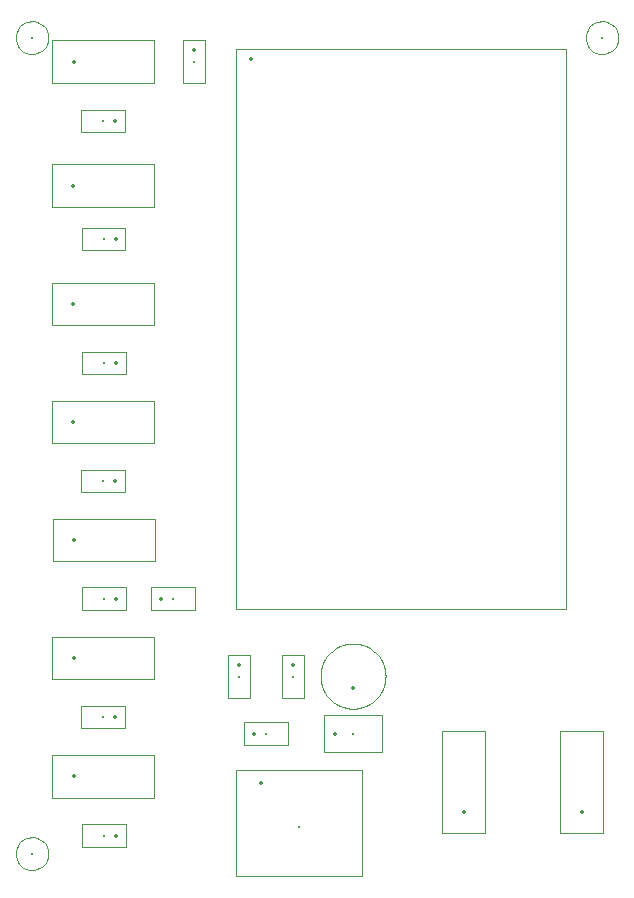
<source format=gbr>
%TF.GenerationSoftware,KiCad,Pcbnew,8.0.3*%
%TF.CreationDate,2024-07-29T14:15:39+02:00*%
%TF.ProjectId,7Analyzer,37416e61-6c79-47a6-9572-2e6b69636164,rev?*%
%TF.SameCoordinates,Original*%
%TF.FileFunction,Component,L1,Top*%
%TF.FilePolarity,Positive*%
%FSLAX46Y46*%
G04 Gerber Fmt 4.6, Leading zero omitted, Abs format (unit mm)*
G04 Created by KiCad (PCBNEW 8.0.3) date 2024-07-29 14:15:39*
%MOMM*%
%LPD*%
G01*
G04 APERTURE LIST*
%TA.AperFunction,ComponentMain*%
%ADD10C,0.300000*%
%TD*%
%TA.AperFunction,ComponentOutline,Courtyard*%
%ADD11C,0.100000*%
%TD*%
%TA.AperFunction,ComponentPin*%
%ADD12P,0.360000X4X0.000000*%
%TD*%
%TA.AperFunction,ComponentPin*%
%ADD13C,0.100000*%
%TD*%
G04 APERTURE END LIST*
D10*
%TO.C,J10*%
%TO.CFtp,PinHeader_1x03_P2.54mm_Vertical*%
%TO.CVal,PINHD_1x3_Male*%
%TO.CLbN,Connector_PinHeader_2.54mm*%
%TO.CMnt,TH*%
%TO.CRot,90*%
X16975000Y-66000000D03*
D11*
X23824999Y-64200001D02*
X23824999Y-67799999D01*
X15175001Y-67799999D01*
X15175001Y-64200001D01*
X23824999Y-64200001D01*
D12*
%TO.P,J10,1*%
X16975000Y-66000000D03*
D13*
%TO.P,J10,2*%
X19515000Y-66000000D03*
%TO.P,J10,3*%
X22055000Y-66000000D03*
%TD*%
D10*
%TO.C,U1*%
%TO.CFtp,ESP32-DevKitC*%
%TO.CVal,ESP32-DevKitC*%
%TO.CLbN,PCM_Espressif*%
%TO.CMnt,TH*%
%TO.CRot,0*%
X32004000Y-15240000D03*
D11*
X58653999Y-14390001D02*
X58653999Y-61809999D01*
X30754001Y-61809999D01*
X30754001Y-14390001D01*
X58653999Y-14390001D01*
D12*
%TO.P,U1,1,3V3*%
X32004000Y-15240000D03*
D13*
%TO.P,U1,2,CHIP_PU*%
X32004000Y-17780000D03*
%TO.P,U1,3,SENSOR_VP/GPIO36/ADC1_CH0*%
X32004000Y-20320000D03*
%TO.P,U1,4,SENSOR_VN/GPIO39/ADC1_CH3*%
X32004000Y-22860000D03*
%TO.P,U1,5,VDET_1/GPIO34/ADC1_CH6*%
X32004000Y-25400000D03*
%TO.P,U1,6,VDET_2/GPIO35/ADC1_CH7*%
X32004000Y-27940000D03*
%TO.P,U1,7,32K_XP/GPIO32/ADC1_CH4*%
X32004000Y-30480000D03*
%TO.P,U1,8,32K_XN/GPIO33/ADC1_CH5*%
X32004000Y-33020000D03*
%TO.P,U1,9,DAC_1/ADC2_CH8/GPIO25*%
X32004000Y-35560000D03*
%TO.P,U1,10,DAC_2/ADC2_CH9/GPIO26*%
X32004000Y-38100000D03*
%TO.P,U1,11,ADC2_CH7/GPIO27*%
X32004000Y-40640000D03*
%TO.P,U1,12,MTMS/GPIO14/ADC2_CH6*%
X32004000Y-43180000D03*
%TO.P,U1,13,MTDI/GPIO12/ADC2_CH5*%
X32004000Y-45720000D03*
%TO.P,U1,14,GND*%
X32004000Y-48260000D03*
%TO.P,U1,15,MTCK/GPIO13/ADC2_CH4*%
X32004000Y-50800000D03*
%TO.P,U1,16,SD_DATA2/GPIO9*%
X32004000Y-53340000D03*
%TO.P,U1,17,SD_DATA3/GPIO10*%
X32004000Y-55880000D03*
%TO.P,U1,18,CMD*%
X32004000Y-58420000D03*
%TO.P,U1,19,5V*%
X32004000Y-60960000D03*
%TO.P,U1,20,SD_CLK/GPIO6*%
X57400320Y-60957280D03*
%TO.P,U1,21,SD_DATA0/GPIO7*%
X57400320Y-58417280D03*
%TO.P,U1,22,SD_DATA1/GPIO8*%
X57404000Y-55880000D03*
%TO.P,U1,23,MTDO/GPIO15/ADC2_CH3*%
X57404000Y-53340000D03*
%TO.P,U1,24,ADC2_CH2/GPIO2*%
X57404000Y-50800000D03*
%TO.P,U1,25,GPIO0/BOOT/ADC2_CH1*%
X57404000Y-48260000D03*
%TO.P,U1,26,ADC2_CH0/GPIO4*%
X57404000Y-45720000D03*
%TO.P,U1,27,GPIO16*%
X57404000Y-43180000D03*
%TO.P,U1,28,GPIO17*%
X57404000Y-40640000D03*
%TO.P,U1,29,GPIO5*%
X57404000Y-38100000D03*
%TO.P,U1,30,GPIO18*%
X57404000Y-35560000D03*
%TO.P,U1,31,GPIO19*%
X57404000Y-33020000D03*
%TO.P,U1,32,GND*%
X57404000Y-30480000D03*
%TO.P,U1,33,GPIO21*%
X57404000Y-27940000D03*
%TO.P,U1,34,U0RXD/GPIO3*%
X57404000Y-25400000D03*
%TO.P,U1,35,U0TXD/GPIO1*%
X57404000Y-22860000D03*
%TO.P,U1,36,GPIO22*%
X57404000Y-20320000D03*
%TO.P,U1,37,GPIO23*%
X57404000Y-17780000D03*
%TO.P,U1,38,GND*%
X57404000Y-15240000D03*
%TD*%
D10*
%TO.C,J9*%
%TO.CFtp,PinHeader_1x03_P2.54mm_Vertical*%
%TO.CVal,PINHD_1x3_Male*%
%TO.CLbN,Connector_PinHeader_2.54mm*%
%TO.CMnt,TH*%
%TO.CRot,90*%
X17000000Y-56000000D03*
D11*
X23849999Y-54200001D02*
X23849999Y-57799999D01*
X15200001Y-57799999D01*
X15200001Y-54200001D01*
X23849999Y-54200001D01*
D12*
%TO.P,J9,1*%
X17000000Y-56000000D03*
D13*
%TO.P,J9,2*%
X19540000Y-56000000D03*
%TO.P,J9,3*%
X22080000Y-56000000D03*
%TD*%
D10*
%TO.C,C11*%
%TO.CFtp,LED_0805_2012Metric_Pad1.15x1.40mm_HandSolder*%
%TO.CVal,10nF_Ceramic*%
%TO.CLbN,LED_SMD*%
%TO.CMnt,SMD*%
%TO.CRot,0*%
X25400000Y-60960000D03*
D11*
X27249999Y-60010001D02*
X27249999Y-61909999D01*
X23550001Y-61909999D01*
X23550001Y-60010001D01*
X27249999Y-60010001D01*
D12*
%TO.P,C11,1*%
X24375000Y-60960000D03*
D13*
%TO.P,C11,2*%
X26425000Y-60960000D03*
%TD*%
D10*
%TO.C,C2*%
%TO.CFtp,LED_0805_2012Metric_Pad1.15x1.40mm_HandSolder*%
%TO.CVal,10nF_Ceramic*%
%TO.CLbN,LED_SMD*%
%TO.CMnt,SMD*%
%TO.CRot,-90*%
X35560000Y-67564000D03*
D11*
X36509999Y-65714001D02*
X36509999Y-69413999D01*
X34610001Y-69413999D01*
X34610001Y-65714001D01*
X36509999Y-65714001D01*
D12*
%TO.P,C2,1*%
X35560000Y-66539000D03*
D13*
%TO.P,C2,2*%
X35560000Y-68589000D03*
%TD*%
D10*
%TO.C,C1*%
%TO.CFtp,CP_Radial_D5.0mm_P2.00mm*%
%TO.CVal,4.7uF_16V*%
%TO.CLbN,Capacitor_THT*%
%TO.CMnt,TH*%
%TO.CRot,90*%
X40640000Y-68519113D03*
D11*
X40473807Y-64771623D02*
X40806193Y-64771623D01*
X41136154Y-64811687D01*
X41458881Y-64891232D01*
X41769667Y-65009098D01*
X42063978Y-65163564D01*
X42063978Y-65163565D01*
X42337526Y-65352381D01*
X42586320Y-65572793D01*
X42806732Y-65821587D01*
X42995548Y-66095135D01*
X42995548Y-66095134D01*
X43150015Y-66389446D01*
X43267881Y-66700232D01*
X43347426Y-67022959D01*
X43387490Y-67352920D01*
X43389999Y-67519113D01*
X43387490Y-67685306D01*
X43347426Y-68015267D01*
X43267881Y-68337994D01*
X43150015Y-68648780D01*
X42995548Y-68943091D01*
X42806732Y-69216639D01*
X42586320Y-69465433D01*
X42337526Y-69685845D01*
X42063978Y-69874661D01*
X41769667Y-70029128D01*
X41458881Y-70146994D01*
X41136154Y-70226539D01*
X40806193Y-70266603D01*
X40473807Y-70266603D01*
X40143846Y-70226539D01*
X39821119Y-70146994D01*
X39510333Y-70029128D01*
X39216021Y-69874661D01*
X39216022Y-69874661D01*
X38942474Y-69685845D01*
X38693680Y-69465433D01*
X38473268Y-69216639D01*
X38284452Y-68943091D01*
X38284451Y-68943091D01*
X38129985Y-68648780D01*
X38012119Y-68337994D01*
X37932574Y-68015267D01*
X37892510Y-67685306D01*
X37892510Y-67352920D01*
X37932574Y-67022959D01*
X38012119Y-66700232D01*
X38129985Y-66389446D01*
X38284451Y-66095134D01*
X38284452Y-66095135D01*
X38473268Y-65821587D01*
X38693680Y-65572793D01*
X38942474Y-65352381D01*
X39216022Y-65163565D01*
X39216021Y-65163564D01*
X39510333Y-65009098D01*
X39821119Y-64891232D01*
X40143846Y-64811687D01*
X40473807Y-64771623D01*
D12*
%TO.P,C1,1*%
X40640000Y-68519113D03*
D13*
%TO.P,C1,2*%
X40640000Y-66519113D03*
%TD*%
D10*
%TO.C,F1*%
%TO.CFtp,Fuse_1210_3225Metric_Pad1.42x2.65mm_HandSolder*%
%TO.CVal,Fuse*%
%TO.CLbN,Fuse*%
%TO.CMnt,SMD*%
%TO.CRot,0*%
X40640000Y-72390000D03*
D11*
X43089999Y-70810001D02*
X43089999Y-73969999D01*
X38190001Y-73969999D01*
X38190001Y-70810001D01*
X43089999Y-70810001D01*
D12*
%TO.P,F1,1*%
X39152500Y-72390000D03*
D13*
%TO.P,F1,2*%
X42127500Y-72390000D03*
%TD*%
D10*
%TO.C,J8*%
%TO.CFtp,PinHeader_1x03_P2.54mm_Vertical*%
%TO.CVal,PINHD_1x3_Male*%
%TO.CLbN,Connector_PinHeader_2.54mm*%
%TO.CMnt,TH*%
%TO.CRot,90*%
X16960000Y-46000000D03*
D11*
X23809999Y-44200001D02*
X23809999Y-47799999D01*
X15160001Y-47799999D01*
X15160001Y-44200001D01*
X23809999Y-44200001D01*
D12*
%TO.P,J8,1*%
X16960000Y-46000000D03*
D13*
%TO.P,J8,2*%
X19500000Y-46000000D03*
%TO.P,J8,3*%
X22040000Y-46000000D03*
%TD*%
D10*
%TO.C,C7*%
%TO.CFtp,LED_0805_2012Metric_Pad1.15x1.40mm_HandSolder*%
%TO.CVal,10nF_Ceramic*%
%TO.CLbN,LED_SMD*%
%TO.CMnt,SMD*%
%TO.CRot,180*%
X19500000Y-51000000D03*
D11*
X21349999Y-50050001D02*
X21349999Y-51949999D01*
X17650001Y-51949999D01*
X17650001Y-50050001D01*
X21349999Y-50050001D01*
D12*
%TO.P,C7,1*%
X20525000Y-51000000D03*
D13*
%TO.P,C7,2*%
X18475000Y-51000000D03*
%TD*%
D10*
%TO.C,C12*%
%TO.CFtp,LED_0805_2012Metric_Pad1.15x1.40mm_HandSolder*%
%TO.CVal,10nF_Ceramic*%
%TO.CLbN,LED_SMD*%
%TO.CMnt,SMD*%
%TO.CRot,-90*%
X27178000Y-15494000D03*
D11*
X28127999Y-13644001D02*
X28127999Y-17343999D01*
X26228001Y-17343999D01*
X26228001Y-13644001D01*
X28127999Y-13644001D01*
D12*
%TO.P,C12,1*%
X27178000Y-14469000D03*
D13*
%TO.P,C12,2*%
X27178000Y-16519000D03*
%TD*%
D10*
%TO.C,FID1*%
%TO.CFtp,Fiducial_0.75mm_Mask2.25mm*%
%TO.CVal,Fiducial*%
%TO.CLbN,Fiducial*%
%TO.CMnt,SMD*%
%TO.CRot,0*%
X61722000Y-13462000D03*
D11*
X61663325Y-12080752D02*
X61897601Y-12090704D01*
X62126826Y-12140106D01*
X62344403Y-12227535D01*
X62344403Y-12227536D01*
X62544076Y-12350479D01*
X62720099Y-12505399D01*
X62867409Y-12687839D01*
X62867409Y-12687838D01*
X62981767Y-12892549D01*
X63059884Y-13113642D01*
X63099513Y-13344756D01*
X63101999Y-13462000D01*
X63099513Y-13579244D01*
X63059884Y-13810358D01*
X62981767Y-14031451D01*
X62867409Y-14236161D01*
X62720099Y-14418601D01*
X62544076Y-14573521D01*
X62344403Y-14696464D01*
X62126826Y-14783894D01*
X61897601Y-14833296D01*
X61663325Y-14843248D01*
X61430737Y-14813464D01*
X61206528Y-14744800D01*
X60997148Y-14639233D01*
X60997149Y-14639233D01*
X60808622Y-14499799D01*
X60646371Y-14330510D01*
X60515064Y-14136235D01*
X60418478Y-13922564D01*
X60359392Y-13695643D01*
X60339507Y-13462000D01*
X60359392Y-13228357D01*
X60418478Y-13001436D01*
X60515064Y-12787765D01*
X60646371Y-12593490D01*
X60808622Y-12424201D01*
X60997149Y-12284767D01*
X60997148Y-12284766D01*
X61206528Y-12179200D01*
X61430737Y-12110536D01*
X61663325Y-12080752D01*
D13*
%TO.P,FID1,*%
X61722000Y-13462000D03*
%TD*%
D10*
%TO.C,J5*%
%TO.CFtp,PinHeader_1x03_P2.54mm_Vertical*%
%TO.CVal,PINHD_1x3_Male*%
%TO.CLbN,Connector_PinHeader_2.54mm*%
%TO.CMnt,TH*%
%TO.CRot,90*%
X16975000Y-15500000D03*
D11*
X23824999Y-13700001D02*
X23824999Y-17299999D01*
X15175001Y-17299999D01*
X15175001Y-13700001D01*
X23824999Y-13700001D01*
D12*
%TO.P,J5,1*%
X16975000Y-15500000D03*
D13*
%TO.P,J5,2*%
X19515000Y-15500000D03*
%TO.P,J5,3*%
X22055000Y-15500000D03*
%TD*%
D10*
%TO.C,L1*%
%TO.CFtp,LED_0805_2012Metric_Pad1.15x1.40mm_HandSolder*%
%TO.CVal,L\u002Cferrite-bead\u002CIEEE*%
%TO.CLbN,LED_SMD*%
%TO.CMnt,SMD*%
%TO.CRot,0*%
X33274000Y-72390000D03*
D11*
X35123999Y-71440001D02*
X35123999Y-73339999D01*
X31424001Y-73339999D01*
X31424001Y-71440001D01*
X35123999Y-71440001D01*
D12*
%TO.P,L1,1,+*%
X32249000Y-72390000D03*
D13*
%TO.P,L1,2,-*%
X34299000Y-72390000D03*
%TD*%
D10*
%TO.C,C8*%
%TO.CFtp,LED_0805_2012Metric_Pad1.15x1.40mm_HandSolder*%
%TO.CVal,10nF_Ceramic*%
%TO.CLbN,LED_SMD*%
%TO.CMnt,SMD*%
%TO.CRot,180*%
X19558000Y-60960000D03*
D11*
X21407999Y-60010001D02*
X21407999Y-61909999D01*
X17708001Y-61909999D01*
X17708001Y-60010001D01*
X21407999Y-60010001D01*
D12*
%TO.P,C8,1*%
X20583000Y-60960000D03*
D13*
%TO.P,C8,2*%
X18533000Y-60960000D03*
%TD*%
D10*
%TO.C,C9*%
%TO.CFtp,LED_0805_2012Metric_Pad1.15x1.40mm_HandSolder*%
%TO.CVal,10nF_Ceramic*%
%TO.CLbN,LED_SMD*%
%TO.CMnt,SMD*%
%TO.CRot,180*%
X19500000Y-71000000D03*
D11*
X21349999Y-70050001D02*
X21349999Y-71949999D01*
X17650001Y-71949999D01*
X17650001Y-70050001D01*
X21349999Y-70050001D01*
D12*
%TO.P,C9,1*%
X20525000Y-71000000D03*
D13*
%TO.P,C9,2*%
X18475000Y-71000000D03*
%TD*%
D10*
%TO.C,J3*%
%TO.CFtp,PinHeader_1x03_P2.54mm_Vertical*%
%TO.CVal,PINHD_1x3_Male*%
%TO.CLbN,Connector_PinHeader_2.54mm*%
%TO.CMnt,TH*%
%TO.CRot,180*%
X60000000Y-79025000D03*
D11*
X61799999Y-72175001D02*
X61799999Y-80824999D01*
X58200001Y-80824999D01*
X58200001Y-72175001D01*
X61799999Y-72175001D01*
D12*
%TO.P,J3,1*%
X60000000Y-79025000D03*
D13*
%TO.P,J3,2*%
X60000000Y-76485000D03*
%TO.P,J3,3*%
X60000000Y-73945000D03*
%TD*%
D10*
%TO.C,C6*%
%TO.CFtp,LED_0805_2012Metric_Pad1.15x1.40mm_HandSolder*%
%TO.CVal,10nF_Ceramic*%
%TO.CLbN,LED_SMD*%
%TO.CMnt,SMD*%
%TO.CRot,180*%
X19558000Y-41000000D03*
D11*
X21407999Y-40050001D02*
X21407999Y-41949999D01*
X17708001Y-41949999D01*
X17708001Y-40050001D01*
X21407999Y-40050001D01*
D12*
%TO.P,C6,1*%
X20583000Y-41000000D03*
D13*
%TO.P,C6,2*%
X18533000Y-41000000D03*
%TD*%
D10*
%TO.C,FID2*%
%TO.CFtp,Fiducial_0.75mm_Mask2.25mm*%
%TO.CVal,Fiducial*%
%TO.CLbN,Fiducial*%
%TO.CMnt,SMD*%
%TO.CRot,0*%
X13462000Y-13462000D03*
D11*
X13403325Y-12080752D02*
X13637601Y-12090704D01*
X13866826Y-12140106D01*
X14084403Y-12227535D01*
X14084403Y-12227536D01*
X14284076Y-12350479D01*
X14460099Y-12505399D01*
X14607409Y-12687839D01*
X14607409Y-12687838D01*
X14721767Y-12892549D01*
X14799884Y-13113642D01*
X14839513Y-13344756D01*
X14841999Y-13462000D01*
X14839513Y-13579244D01*
X14799884Y-13810358D01*
X14721767Y-14031451D01*
X14607409Y-14236161D01*
X14460099Y-14418601D01*
X14284076Y-14573521D01*
X14084403Y-14696464D01*
X13866826Y-14783894D01*
X13637601Y-14833296D01*
X13403325Y-14843248D01*
X13170737Y-14813464D01*
X12946528Y-14744800D01*
X12737148Y-14639233D01*
X12737149Y-14639233D01*
X12548622Y-14499799D01*
X12386371Y-14330510D01*
X12255064Y-14136235D01*
X12158478Y-13922564D01*
X12099392Y-13695643D01*
X12079507Y-13462000D01*
X12099392Y-13228357D01*
X12158478Y-13001436D01*
X12255064Y-12787765D01*
X12386371Y-12593490D01*
X12548622Y-12424201D01*
X12737149Y-12284767D01*
X12737148Y-12284766D01*
X12946528Y-12179200D01*
X13170737Y-12110536D01*
X13403325Y-12080752D01*
D13*
%TO.P,FID2,*%
X13462000Y-13462000D03*
%TD*%
D10*
%TO.C,J11*%
%TO.CFtp,PinHeader_1x03_P2.54mm_Vertical*%
%TO.CVal,PINHD_1x3_Male*%
%TO.CLbN,Connector_PinHeader_2.54mm*%
%TO.CMnt,TH*%
%TO.CRot,90*%
X16975000Y-76000000D03*
D11*
X23824999Y-74200001D02*
X23824999Y-77799999D01*
X15175001Y-77799999D01*
X15175001Y-74200001D01*
X23824999Y-74200001D01*
D12*
%TO.P,J11,1*%
X16975000Y-76000000D03*
D13*
%TO.P,J11,2*%
X19515000Y-76000000D03*
%TO.P,J11,3*%
X22055000Y-76000000D03*
%TD*%
D10*
%TO.C,C3*%
%TO.CFtp,LED_0805_2012Metric_Pad1.15x1.40mm_HandSolder*%
%TO.CVal,10nF_Ceramic*%
%TO.CLbN,LED_SMD*%
%TO.CMnt,SMD*%
%TO.CRot,-90*%
X30988000Y-67564000D03*
D11*
X31937999Y-65714001D02*
X31937999Y-69413999D01*
X30038001Y-69413999D01*
X30038001Y-65714001D01*
X31937999Y-65714001D01*
D12*
%TO.P,C3,1*%
X30988000Y-66539000D03*
D13*
%TO.P,C3,2*%
X30988000Y-68589000D03*
%TD*%
D10*
%TO.C,J6*%
%TO.CFtp,PinHeader_1x03_P2.54mm_Vertical*%
%TO.CVal,PINHD_1x3_Male*%
%TO.CLbN,Connector_PinHeader_2.54mm*%
%TO.CMnt,TH*%
%TO.CRot,90*%
X16920000Y-26000000D03*
D11*
X23769999Y-24200001D02*
X23769999Y-27799999D01*
X15120001Y-27799999D01*
X15120001Y-24200001D01*
X23769999Y-24200001D01*
D12*
%TO.P,J6,1*%
X16920000Y-26000000D03*
D13*
%TO.P,J6,2*%
X19460000Y-26000000D03*
%TO.P,J6,3*%
X22000000Y-26000000D03*
%TD*%
D10*
%TO.C,C5*%
%TO.CFtp,LED_0805_2012Metric_Pad1.15x1.40mm_HandSolder*%
%TO.CVal,10nF_Ceramic*%
%TO.CLbN,LED_SMD*%
%TO.CMnt,SMD*%
%TO.CRot,180*%
X19525000Y-30500000D03*
D11*
X21374999Y-29550001D02*
X21374999Y-31449999D01*
X17675001Y-31449999D01*
X17675001Y-29550001D01*
X21374999Y-29550001D01*
D12*
%TO.P,C5,1*%
X20550000Y-30500000D03*
D13*
%TO.P,C5,2*%
X18500000Y-30500000D03*
%TD*%
D10*
%TO.C,J7*%
%TO.CFtp,PinHeader_1x03_P2.54mm_Vertical*%
%TO.CVal,PINHD_1x3_Male*%
%TO.CLbN,Connector_PinHeader_2.54mm*%
%TO.CMnt,TH*%
%TO.CRot,90*%
X16960000Y-36000000D03*
D11*
X23809999Y-34200001D02*
X23809999Y-37799999D01*
X15160001Y-37799999D01*
X15160001Y-34200001D01*
X23809999Y-34200001D01*
D12*
%TO.P,J7,1*%
X16960000Y-36000000D03*
D13*
%TO.P,J7,2*%
X19500000Y-36000000D03*
%TO.P,J7,3*%
X22040000Y-36000000D03*
%TD*%
D10*
%TO.C,J4*%
%TO.CFtp,PinHeader_1x03_P2.54mm_Vertical*%
%TO.CVal,PINHD_1x3_Male*%
%TO.CLbN,Connector_PinHeader_2.54mm*%
%TO.CMnt,TH*%
%TO.CRot,180*%
X50000000Y-79040000D03*
D11*
X51799999Y-72190001D02*
X51799999Y-80839999D01*
X48200001Y-80839999D01*
X48200001Y-72190001D01*
X51799999Y-72190001D01*
D12*
%TO.P,J4,1*%
X50000000Y-79040000D03*
D13*
%TO.P,J4,2*%
X50000000Y-76500000D03*
%TO.P,J4,3*%
X50000000Y-73960000D03*
%TD*%
D10*
%TO.C,C10*%
%TO.CFtp,LED_0805_2012Metric_Pad1.15x1.40mm_HandSolder*%
%TO.CVal,10nF_Ceramic*%
%TO.CLbN,LED_SMD*%
%TO.CMnt,SMD*%
%TO.CRot,180*%
X19558000Y-81026000D03*
D11*
X21407999Y-80076001D02*
X21407999Y-81975999D01*
X17708001Y-81975999D01*
X17708001Y-80076001D01*
X21407999Y-80076001D01*
D12*
%TO.P,C10,1*%
X20583000Y-81026000D03*
D13*
%TO.P,C10,2*%
X18533000Y-81026000D03*
%TD*%
D10*
%TO.C,FID3*%
%TO.CFtp,Fiducial_0.75mm_Mask2.25mm*%
%TO.CVal,Fiducial*%
%TO.CLbN,Fiducial*%
%TO.CMnt,SMD*%
%TO.CRot,0*%
X13462000Y-82550000D03*
D11*
X13403325Y-81168752D02*
X13637601Y-81178704D01*
X13866826Y-81228106D01*
X14084403Y-81315535D01*
X14084403Y-81315536D01*
X14284076Y-81438479D01*
X14460099Y-81593399D01*
X14607409Y-81775839D01*
X14607409Y-81775838D01*
X14721767Y-81980549D01*
X14799884Y-82201642D01*
X14839513Y-82432756D01*
X14841999Y-82550000D01*
X14839513Y-82667244D01*
X14799884Y-82898358D01*
X14721767Y-83119451D01*
X14607409Y-83324161D01*
X14460099Y-83506601D01*
X14284076Y-83661521D01*
X14084403Y-83784464D01*
X13866826Y-83871894D01*
X13637601Y-83921296D01*
X13403325Y-83931248D01*
X13170737Y-83901464D01*
X12946528Y-83832800D01*
X12737148Y-83727233D01*
X12737149Y-83727233D01*
X12548622Y-83587799D01*
X12386371Y-83418510D01*
X12255064Y-83224235D01*
X12158478Y-83010564D01*
X12099392Y-82783643D01*
X12079507Y-82550000D01*
X12099392Y-82316357D01*
X12158478Y-82089436D01*
X12255064Y-81875765D01*
X12386371Y-81681490D01*
X12548622Y-81512201D01*
X12737149Y-81372767D01*
X12737148Y-81372766D01*
X12946528Y-81267200D01*
X13170737Y-81198536D01*
X13403325Y-81168752D01*
D13*
%TO.P,FID3,*%
X13462000Y-82550000D03*
%TD*%
D10*
%TO.C,P1*%
%TO.CFtp,USB_C_Receptacle_GCT_USB4105-xx-A_16P_TopMnt_Horizontal*%
%TO.CVal,USB_C_Plug*%
%TO.CLbN,Connector_USB*%
%TO.CMnt,SMD*%
%TO.CRot,0*%
X36068000Y-80264000D03*
D11*
X41387999Y-75504001D02*
X41387999Y-84443999D01*
X30748001Y-84443999D01*
X30748001Y-75504001D01*
X41387999Y-75504001D01*
D12*
%TO.P,P1,A1,GND*%
X32868000Y-76584000D03*
D13*
%TO.P,P1,*%
X33178000Y-77659000D03*
X38958000Y-77659000D03*
%TO.P,P1,A4,VBUS*%
X33668000Y-76584000D03*
%TO.P,P1,A5,CC*%
X34818000Y-76584000D03*
%TO.P,P1,A6,D+*%
X35818000Y-76584000D03*
%TO.P,P1,A7,D-*%
X36318000Y-76584000D03*
%TO.P,P1,A8,SBU1*%
X37318000Y-76584000D03*
%TO.P,P1,A9,VBUS*%
X38468000Y-76584000D03*
%TO.P,P1,A12,GND*%
X39268000Y-76584000D03*
%TO.P,P1,B1,GND*%
X39268000Y-76584000D03*
%TO.P,P1,B4,VBUS*%
X38468000Y-76584000D03*
%TO.P,P1,B5,VCONN*%
X37818000Y-76584000D03*
%TO.P,P1,B6*%
X36818000Y-76584000D03*
%TO.P,P1,B7*%
X35318000Y-76584000D03*
%TO.P,P1,B8,SBU2*%
X34318000Y-76584000D03*
%TO.P,P1,B9,VBUS*%
X33668000Y-76584000D03*
%TO.P,P1,B12,GND*%
X32868000Y-76584000D03*
%TO.P,P1,S1,SHIELD*%
X31748000Y-77159000D03*
X31748000Y-81339000D03*
X40388000Y-77159000D03*
X40388000Y-81339000D03*
%TD*%
D10*
%TO.C,C4*%
%TO.CFtp,LED_0805_2012Metric_Pad1.15x1.40mm_HandSolder*%
%TO.CVal,10nF_Ceramic*%
%TO.CLbN,LED_SMD*%
%TO.CMnt,SMD*%
%TO.CRot,180*%
X19500000Y-20500000D03*
D11*
X21349999Y-19550001D02*
X21349999Y-21449999D01*
X17650001Y-21449999D01*
X17650001Y-19550001D01*
X21349999Y-19550001D01*
D12*
%TO.P,C4,1*%
X20525000Y-20500000D03*
D13*
%TO.P,C4,2*%
X18475000Y-20500000D03*
%TD*%
M02*

</source>
